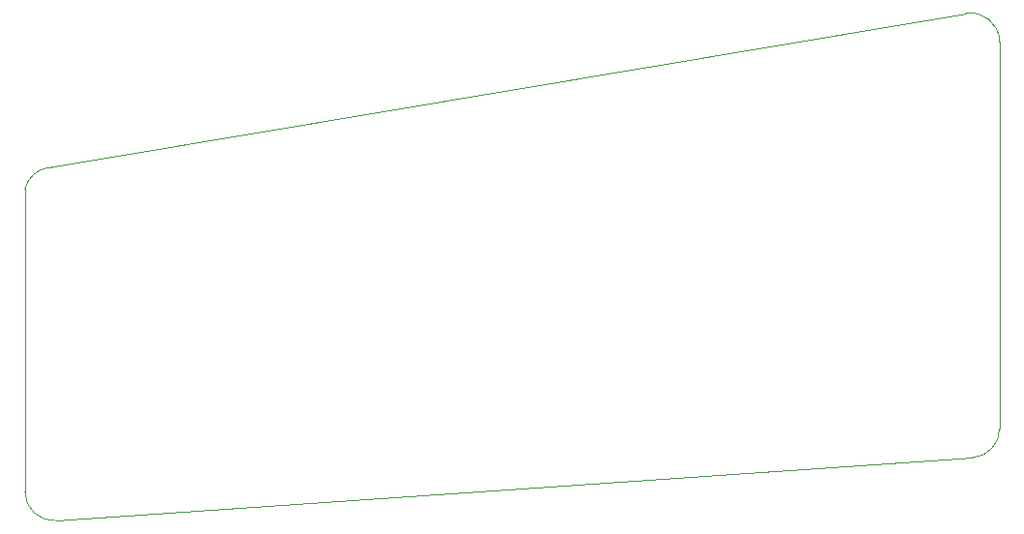
<source format=gbr>
G04 #@! TF.FileFunction,Profile,NP*
%FSLAX46Y46*%
G04 Gerber Fmt 4.6, Leading zero omitted, Abs format (unit mm)*
G04 Created by KiCad (PCBNEW 4.0.7-e2-6376~58~ubuntu16.04.1) date Sat Mar 10 14:38:45 2018*
%MOMM*%
%LPD*%
G01*
G04 APERTURE LIST*
%ADD10C,0.100000*%
G04 APERTURE END LIST*
D10*
X181610000Y-93285142D02*
X181610000Y-59436000D01*
X178648789Y-56931168D02*
G75*
G02X181610000Y-59436000I421211J-2504832D01*
G01*
X96431673Y-72302755D02*
X96431673Y-98800457D01*
X99146156Y-101334457D02*
G75*
G02X96431673Y-98800457I-174483J2534000D01*
G01*
X178648789Y-56931168D02*
X98474819Y-70413183D01*
X96431673Y-72302755D02*
G75*
G02X98474819Y-70413183I2464357J-615260D01*
G01*
X99146156Y-101334457D02*
X179244483Y-95819142D01*
X181610000Y-93285142D02*
G75*
G02X179244483Y-95819142I-2540000J0D01*
G01*
M02*

</source>
